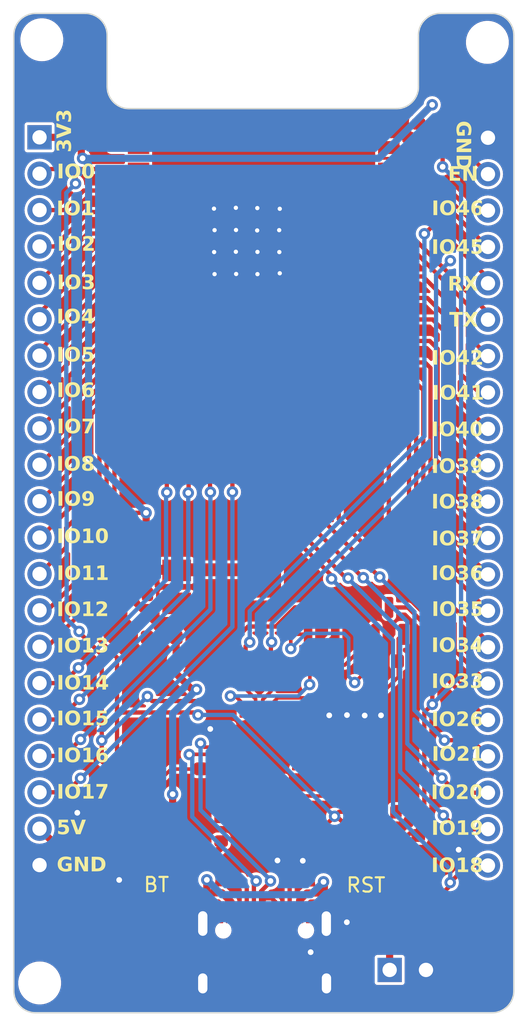
<source format=kicad_pcb>
(kicad_pcb (version 20221018) (generator pcbnew)
  (layers (0 "F.Cu" signal) (31 "B.Cu" signal) (34 "B.Paste" user) (35 "F.Paste" user) (36 "B.SilkS" user "B.Silkscreen") (37 "F.SilkS" user "F.Silkscreen") (38 "B.Mask" user) (39 "F.Mask" user) (44 "Edge.Cuts" user))
  (net 0 "")
  (net 1 "GND")
  (net 2 "+3V3")
  (net 3 "Net-(U2-VBUS)")
  (net 4 "EN")
  (net 5 "IO0")
  (net 6 "Net-(D1-A)")
  (net 7 "VUSB")
  (net 8 "IO46")
  (net 9 "IO45")
  (net 10 "RX")
  (net 11 "TX")
  (net 12 "IO42")
  (net 13 "IO41")
  (net 14 "IO40")
  (net 15 "IO39")
  (net 16 "IO38")
  (net 17 "IO37")
  (net 18 "IO36")
  (net 19 "IO35")
  (net 20 "IO34")
  (net 21 "IO33")
  (net 22 "IO26")
  (net 23 "IO21")
  (net 24 "IO20")
  (net 25 "IO19")
  (net 26 "IO18")
  (net 27 "/USB D+")
  (net 28 "/USB D-")
  (net 29 "Net-(J2-CC1)")
  (net 32 "Net-(J2-CC2)")
  (net 33 "IO1")
  (net 34 "IO2")
  (net 35 "IO3")
  (net 36 "IO4")
  (net 37 "IO5")
  (net 38 "IO6")
  (net 39 "IO7")
  (net 40 "IO8")
  (net 41 "IO9")
  (net 42 "IO10")
  (net 43 "IO11")
  (net 44 "IO12")
  (net 45 "IO13")
  (net 46 "IO14")
  (net 47 "IO15")
  (net 48 "IO16")
  (net 49 "IO17")
  (net 50 "Net-(Q1-B)")
  (net 51 "RTS")
  (net 52 "Net-(Q2-B)")
  (net 53 "DTR")
  (net 54 "Net-(U2-TXD)")
  (net 55 "Net-(U2-RXD)")
  (net 56 "Net-(U2-~{RST})")
  (net 57 "Net-(U2-~{SUSPEND})")
  (net 58 "VBUSB")
  (footprint "Capacitor_SMD:C_0603_1608Metric" (layer "F.Cu") (at 78.85 46.07 90)
    (fp_text reference "C11" hide)
    (fp_text value "1uF" hide)
  )
  (footprint "Capacitor_SMD:C_0603_1608Metric" (layer "F.Cu") (at 65.14 94.38 -90)
    (fp_text reference "C6" hide)
    (fp_text value "1uF" hide)
  )
  (footprint "Capacitor_SMD:C_0603_1608Metric" (layer "F.Cu") (at 77.02 95.64 -90)
    (fp_text reference "C7" hide)
    (fp_text value "0,1uF" hide)
  )
  (footprint "Connector_PinHeader_2.54mm:PinHeader_1x21_P2.54mm_Vertical" (layer "F.Cu") (at 50.53 46.13)
    (fp_text reference "J3" hide)
    (fp_text value "Conn_01x21_Male" hide)
  )
  (footprint "Resistor_SMD:R_0603_1608Metric" (layer "F.Cu") (at 74.63 93.21 180)
    (fp_text reference "R12" hide)
    (fp_text value "10k" hide)
  )
  (footprint "Package_TO_SOT_SMD:SOT-223-3_TabPin2" (layer "F.Cu") (at 63.27 76.36)
    (fp_text reference "U3" hide)
    (fp_text value "AMS1117-3.3" hide)
  )
  (footprint "Resistor_SMD:R_0603_1608Metric" (layer "F.Cu") (at 74.79 82.7)
    (fp_text reference "R7" hide)
    (fp_text value "10k" hide)
  )
  (footprint "MountingHole:MountingHole_2.5mm" (layer "F.Cu") (at 50.54 105.16)
    (fp_text reference "H2" hide)
    (fp_text value "MountingHole" hide)
  )
  (footprint "Resistor_SMD:R_0402_1005Metric" (layer "F.Cu") (at 68.55 97.96 180)
    (fp_text reference "R3" hide)
    (fp_text value "5.1k" hide)
  )
  (footprint "Diode_SMD:D_SOD-323" (layer "F.Cu") (at 58.21 103.45)
    (fp_text reference "D2" hide)
    (fp_text value "TVS")
  )
  (footprint "ESP32:ESP32-S2-WROOM" (layer "F.Cu") (at 66.205 56.495)
    (fp_text reference "U1" hide)
    (fp_text value "ESP32-S2-WROOM-I" hide)
  )
  (footprint "1N5819:SOD3715X145N" (layer "F.Cu") (at 58.21 100.96)
    (fp_text reference "D4" hide)
    (fp_text value "1N5819HW-7-F" hide)
  )
  (footprint "type-c:VALCON_CSP-USC16-TR" (layer "F.Cu") (at 66.27075 100.42)
    (fp_text reference "J2" hide)
    (fp_text value "CSP-USC16-TR" hide)
  )
  (footprint "Connector_PinHeader_2.54mm:PinHeader_1x02_P2.54mm_Vertical" (layer "F.Cu") (at 75.015 104.25 90)
    (fp_text reference "J4" hide)
    (fp_text value "Screw_Terminal_01x02" hide)
  )
  (footprint "Connector_PinHeader_2.54mm:PinHeader_1x21_P2.54mm_Vertical" (layer "F.Cu") (at 81.89 46.16)
    (fp_text reference "J1" hide)
    (fp_text value "Conn_01x21_Male" hide)
  )
  (footprint "Package_TO_SOT_SMD:SOT-23" (layer "F.Cu") (at 70.26 79.88 90)
    (fp_text reference "Q2" hide)
    (fp_text value "MMBT3904" hide)
  )
  (footprint "Capacitor_SMD:C_0603_1608Metric" (layer "F.Cu") (at 55.22 45.7 90)
    (fp_text reference "C9" hide)
    (fp_text value "0,1uF" hide)
  )
  (footprint "Resistor_SMD:R_0603_1608Metric" (layer "F.Cu") (at 57.35 92.89)
    (fp_text reference "R13" hide)
    (fp_text value "10k" hide)
  )
  (footprint "Capacitor_SMD:C_0603_1608Metric" (layer "F.Cu") (at 57.21 74.06 180)
    (fp_text reference "C3" hide)
    (fp_text value "0,1uF" hide)
  )
  (footprint "MountingHole:MountingHole_2.5mm" (layer "F.Cu") (at 50.69 39.32)
    (fp_text reference "H3" hide)
    (fp_text value "MountingHole" hide)
  )
  (footprint "Capacitor_SMD:C_0603_1608Metric" (layer "F.Cu") (at 61.8 90.99 -90)
    (fp_text reference "C5" hide)
    (fp_text value "10uF" hide)
  )
  (footprint "Capacitor_SMD:C_0603_1608Metric" (layer "F.Cu") (at 53.57 45.7 90)
    (fp_text reference "C10" hide)
    (fp_text value "10uF" hide)
  )
  (footprint "Package_TO_SOT_SMD:SOT-23" (layer "F.Cu") (at 74.97 79.8875 90)
    (fp_text reference "Q1" hide)
    (fp_text value "MMBT3904" hide)
  )
  (footprint "button:SW_TL1015AF160QG" (layer "F.Cu") (at 73.33 95.74 180)
    (fp_text reference "RST")
    (fp_text value "SW_Push" hide)
  )
  (footprint "Resistor_SMD:R_0603_1608Metric" (layer "F.Cu") (at 57.25 78.03 180)
    (fp_text reference "R1" hide)
    (fp_text value "470r" hide)
  )
  (footprint "Package_DFN_QFN:QFN-28-1EP_5x5mm_P0.5mm_EP3.35x3.35mm" (layer "F.Cu") (at 66.14 88.7)
    (fp_text reference "U2" hide)
    (fp_text value "CP2102N-Axx-xQFN28" hide)
  )
  (footprint "Capacitor_SMD:C_0603_1608Metric" (layer "F.Cu") (at 54.82 95.5 -90)
    (fp_text reference "C8" hide)
    (fp_text value "0,1uF" hide)
  )
  (footprint "button:SW_TL1015AF160QG" (layer "F.Cu") (at 58.6925 95.74)
    (fp_text reference "BT")
    (fp_text value "SW_Push" hide)
  )
  (footprint "Resistor_SMD:R_0603_1608Metric" (layer "F.Cu") (at 64.94 83.26 -90)
    (fp_text reference "R4" hide)
    (fp_text value "1k" hide)
  )
  (footprint "LED_SMD:LED_0603_1608Metric" (layer "F.Cu") (at 57.26 81.04 180)
    (fp_text reference "D1" hide)
    (fp_text value "LED" hide)
  )
  (footprint "Resistor_SMD:R_0603_1608Metric" (layer "F.Cu") (at 70.26 82.91 180)
    (fp_text reference "R6" hide)
    (fp_text value "10k" hide)
  )
  (footprint "Resistor_SMD:R_0603_1608Metric" (layer "F.Cu") (at 68.92 94.41 -90)
    (fp_text reference "R8" hide)
    (fp_text value "1k" hide)
  )
  (footprint "Resistor_SMD:R_0603_1608Metric" (layer "F.Cu") (at 77.04 46.02 90)
    (fp_text reference "R14" hide)
    (fp_text value "10k" hide)
  )
  (footprint "Resistor_SMD:R_0603_1608Metric" (layer "F.Cu") (at 63.23 94.43 -90)
    (fp_text reference "R10" hide)
    (fp_text value "22.1k" hide)
  )
  (footprint "Capacitor_SMD:C_0603_1608Metric" (layer "F.Cu") (at 60.86 81.04)
    (fp_text reference "C1" hide)
    (fp_text value "0,1uF" hide)
  )
  (footprint "Resistor_SMD:R_0603_1608Metric" (layer "F.Cu") (at 66.95 94.43 90)
    (fp_text reference "R9" hide)
    (fp_text value "47,5k" hide)
  )
  (footprint "Resistor_SMD:R_0402_1005Metric" (layer "F.Cu") (at 64.04 97.98)
    (fp_text reference "R2" hide)
    (fp_text value "5.1k")
  )
  (footprint "Resistor_SMD:R_0603_1608Metric" (layer "F.Cu") (at 77.04 98.7 90)
    (fp_text reference "R15" hide)
    (fp_text value "10k" hide)
  )
  (footprint "Capacitor_SMD:C_0603_1608Metric" (layer "F.Cu") (at 60.86 82.78)
    (fp_text reference "C2" hide)
    (fp_text value "10uF" hide)
  )
  (footprint "MountingHole:MountingHole_2.5mm" (layer "F.Cu") (at 81.85 39.5)
    (fp_text reference "H1" hide)
    (fp_text value "MountingHole" hide)
  )
  (footprint "Capacitor_SMD:C_0603_1608Metric" (layer "F.Cu") (at 57.24 76.31 180)
    (fp_text reference "C4" hide)
    (fp_text value "10uF" hide)
  )
  (footprint "Resistor_SMD:R_0603_1608Metric" (layer "F.Cu") (at 71.24 90.93 -90)
    (fp_text reference "R11" hide)
    (fp_text value "10k" hide)
  )
  (footprint "Resistor_SMD:R_0603_1608Metric" (layer "F.Cu") (at 66.71 83.26 -90)
    (fp_text reference "R5" hide)
    (fp_text value "1k")
  )
  (gr_line (start 50.27 37.48) (end 53.73 37.48) (stroke (width 0.1)) (layer "Edge.Cuts"))
  (gr_arc (start 83.700522 105.709478) (mid 83.252242 106.79172) (end 82.17 107.24) (stroke (width 0.1)) (layer "Edge.Cuts"))
  (gr_arc (start 56.790522 44.130522) (mid 55.70828 43.682242) (end 55.26 42.6) (stroke (width 0.1)) (layer "Edge.Cuts"))
  (gr_line (start 48.73 105.71) (end 48.73 39.012242) (stroke (width 0.1)) (layer "Edge.Cuts"))
  (gr_arc (start 53.727758 37.48172) (mid 54.81 37.93) (end 55.25828 39.012242) (stroke (width 0.1)) (layer "Edge.Cuts"))
  (gr_arc (start 77.029478 39.010522) (mid 77.477758 37.92828) (end 78.56 37.48) (stroke (width 0.1)) (layer "Edge.Cuts"))
  (gr_line (start 75.5 44.13) (end 56.790522 44.13) (stroke (width 0.1)) (layer "Edge.Cuts"))
  (gr_arc (start 48.73172 39.012242) (mid 49.18 37.93) (end 50.262242 37.48172) (stroke (width 0.1)) (layer "Edge.Cuts"))
  (gr_line (start 77.029478 39.010522) (end 77.029478 42.599478) (stroke (width 0.1)) (layer "Edge.Cuts"))
  (gr_line (start 83.700522 105.709478) (end 83.700522 39.01) (stroke (width 0.1)) (layer "Edge.Cuts"))
  (gr_line (start 82.17 107.24) (end 50.260522 107.24) (stroke (width 0.1)) (layer "Edge.Cuts"))
  (gr_arc (start 77.030522 42.599478) (mid 76.582242 43.68172) (end 75.5 44.13) (stroke (width 0.1)) (layer "Edge.Cuts"))
  (gr_line (start 78.56 37.48) (end 82.169478 37.48) (stroke (width 0.1)) (layer "Edge.Cuts"))
  (gr_line (start 55.25828 39.012242) (end 55.25828 42.6) (stroke (width 0.1)) (layer "Edge.Cuts"))
  (gr_arc (start 82.169478 37.479478) (mid 83.25172 37.927758) (end 83.7 39.01) (stroke (width 0.1)) (layer "Edge.Cuts"))
  (gr_arc (start 50.260522 107.240522) (mid 49.17828 106.792242) (end 48.73 105.71) (stroke (width 0.1)) (layer "Edge.Cuts"))
  (gr_text "IO38" (at 77.93 72.21) (layer "F.SilkS") (effects (font (size 1 1) (thickness 0.25) bold) (justify left bottom)))
  (gr_text "IO36" (at 77.93 77.2) (layer "F.SilkS") (effects (font (size 1 1) (thickness 0.25) bold) (justify left bottom)))
  (gr_text "IO14\n" (at 51.73 84.85) (layer "F.SilkS") (effects (font (size 1 1) (thickness 0.25) bold) (justify left bottom)))
  (gr_text "IO6" (at 51.73 64.43) (layer "F.SilkS") (effects (font (size 1 1) (thickness 0.25) bold) (justify left bottom)))
  (gr_text "IO4" (at 51.72 59.29) (layer "F.SilkS") (effects (font (size 1 1) (thickness 0.25) bold) (justify left bottom)))
  (gr_text "RX" (at 79.07 57) (layer "F.SilkS") (effects (font (size 1 1) (thickness 0.25) bold) (justify left bottom)))
  (gr_text "IO35" (at 77.95 79.71) (layer "F.SilkS") (effects (font (size 1 1) (thickness 0.25) bold) (justify left bottom)))
  (gr_text "IO10" (at 51.72 74.62) (layer "F.SilkS") (effects (font (size 1 1) (thickness 0.25) bold) (justify left bottom)))
  (gr_text "IO34" (at 77.93 82.23) (layer "F.SilkS") (effects (font (size 1 1) (thickness 0.25) bold) (justify left bottom)))
  (gr_text "EN" (at 79.09 49.33) (layer "F.SilkS") (effects (font (size 1 1) (thickness 0.25) bold) (justify left bottom)))
  (gr_text "IO9" (at 51.73 72.02) (layer "F.SilkS") (effects (font (size 1 1) (thickness 0.25) bold) (justify left bottom)))
  (gr_text "IO16\n" (at 51.73 89.92) (layer "F.SilkS") (effects (font (size 1 1) (thickness 0.25) bold) (justify left bottom)))
  (gr_text "IO12" (at 51.72 79.72) (layer "F.SilkS") (effects (font (size 1 1) (thickness 0.25) bold) (justify left bottom)))
  (gr_text "3V3" (at 52.9 47.19 90) (layer "F.SilkS") (effects (font (size 1 1) (thickness 0.25) bold) (justify left bottom)))
  (gr_text "IO18" (at 77.92 97.59) (layer "F.SilkS") (effects (font (size 1 1) (thickness 0.25) bold) (justify left bottom)))
  (gr_text "IO33" (at 77.93 84.74) (layer "F.SilkS") (effects (font (size 1 1) (thickness 0.25) bold) (justify left bottom)))
  (gr_text "IO20" (at 77.9 92.49) (layer "F.SilkS") (effects (font (size 1 1) (thickness 0.25) bold) (justify left bottom)))
  (gr_text "IO13\n" (at 51.72 82.26) (layer "F.SilkS") (effects (font (size 1 1) (thickness 0.25) bold) (justify left bottom)))
  (gr_text "IO19" (at 77.93 94.99) (layer "F.SilkS") (effects (font (size 1 1) (thickness 0.25) bold) (justify left bottom)))
  (gr_text "IO40" (at 77.92 67.16) (layer "F.SilkS") (effects (font (size 1 1) (thickness 0.25) bold) (justify left bottom)))
  (gr_text "IO26" (at 77.93 87.4) (layer "F.SilkS") (effects (font (size 1 1) (thickness 0.25) bold) (justify left bottom)))
  (gr_text "IO7" (at 51.74 66.96) (layer "F.SilkS") (effects (font (size 1 1) (thickness 0.25) bold) (justify left bottom)))
  (gr_text "IO41" (at 77.97 64.61) (layer "F.SilkS") (effects (font (size 1 1) (thickness 0.25) bold) (justify left bottom)))
  (gr_text "IO15" (at 51.73 87.34) (layer "F.SilkS") (effects (font (size 1 1) (thickness 0.25) bold) (justify left bottom)))
  (gr_text "TX" (at 79.18 59.51) (layer "F.SilkS") (effects (font (size 1 1) (thickness 0.25) bold) (justify left bottom)))
  (gr_text "IO37" (at 77.94 74.78) (layer "F.SilkS") (effects (font (size 1 1) (thickness 0.25) bold) (justify left bottom)))
  (gr_text "GND" (at 51.73 97.54) (layer "F.SilkS") (effects (font (size 1 1) (thickness 0.25) bold) (justify left bottom)))
  (gr_text "5V" (at 51.72 94.95) (layer "F.SilkS") (effects (font (size 1 1) (thickness 0.25) bold) (justify left bottom)))
  (gr_text "IO46\n" (at 77.95 51.73) (layer "F.SilkS") (effects (font (size 1 1) (thickness 0.25) bold) (justify left bottom)))
  (gr_text "IO39" (at 77.93 69.73) (layer "F.SilkS") (effects (font (size 1 1) (thickness 0.25) bold) (justify left bottom)))
  (gr_text "IO2" (at 51.76 54.22) (layer "F.SilkS") (effects (font (size 1 1) (thickness 0.25) bold) (justify left bottom)))
  (gr_text "IO1" (at 51.71 51.74) (layer "F.SilkS") (effects (font (size 1 1) (thickness 0.25) bold) (justify left bottom)))
  (gr_text "IO21" (at 77.96 89.82) (layer "F.SilkS") (effects (font (size 1 1) (thickness 0.25) bold) (justify left bottom)))
  (gr_text "IO11\n" (at 51.73 77.2) (layer "F.SilkS") (effects (font (size 1 1) (thickness 0.25) bold) (justify left bottom)))
  (gr_text "GND" (at 79.53 44.97 -90) (layer "F.SilkS") (effects (font (size 1 1) (thickness 0.25) bold) (justify left bottom)))
  (gr_text "IO3" (at 51.75 56.9) (layer "F.SilkS") (effects (font (size 1 1) (thickness 0.25) bold) (justify left bottom)))
  (gr_text "IO8" (at 51.71 69.57) (layer "F.SilkS") (effects (font (size 1 1) (thickness 0.25) bold) (justify left bottom)))
  (gr_text "IO45" (at 77.94 54.44) (layer "F.SilkS") (effects (font (size 1 1) (thickness 0.25) bold) (justify left bottom)))
  (gr_text "IO42\n" (at 77.94 62.17) (layer "F.SilkS") (effects (font (size 1 1) (thickness 0.25) bold) (justify left bottom)))
  (gr_text "IO5\n" (at 51.72 61.95) (layer "F.SilkS") (effects (font (size 1 1) (thickness 0.25) bold) (justify left bottom)))
  (gr_text "IO17\n" (at 51.73 92.46) (layer "F.SilkS") (effects (font (size 1 1) (thickness 0.25) bold) (justify left bottom)))
  (gr_text "IO0" (at 51.74 49.16) (layer "F.SilkS") (effects (font (size 1 1) (thickness 0.25) bold) (justify left bottom)))
  (segment (start 62.53575 100.42) (end 62.92075 100.42) (width 0.2) (layer "F.Cu") (net 1))
  (segment (start 70.97 99.51) (end 72.02 100.56) (width 0.2) (layer "F.Cu") (net 1))
  (segment (start 65.64 88.2) (end 66.14 88.7) (width 0.2) (layer "F.Cu") (net 1))
  (segment (start 69.62075 99.84925) (end 69.96 99.51) (width 0.2) (layer "F.Cu") (net 1))
  (segment (start 72.02 100.56) (end 72.02 100.92) (width 0.2) (layer "F.Cu") (net 1))
  (segment (start 62.47 87.43) (end 63.24 88.2) (width 0.2) (layer "F.Cu") (net 1))
  (segment (start 70.585793 101.019311) (end 71.920689 101.019311) (width 0.2) (layer "F.Cu") (net 1))
  (segment (start 63.22075 100.42) (end 62.92075 100.42) (width 0.2) (layer "F.Cu") (net 1))
  (segment (start 69.96 99.51) (end 70.97 99.51) (width 0.2) (layer "F.Cu") (net 1))
  (segment (start 69.32075 100.42) (end 69.62075 100.42) (width 0.2) (layer "F.Cu") (net 1))
  (segment (start 63.7 97.81) (end 63.53 97.98) (width 0.2) (layer "F.Cu") (net 1))
  (segment (start 61.94575 101.01) (end 62.53575 100.42) (width 0.2) (layer "F.Cu") (net 1))
  (segment (start 63.24 88.2) (end 63.69 88.2) (width 0.2) (layer "F.Cu") (net 1))
  (segment (start 69.62075 100.42) (end 69.62075 99.84925) (width 0.2) (layer "F.Cu") (net 1))
  (segment (start 63.69 88.2) (end 65.64 88.2) (width 0.2) (layer "F.Cu") (net 1))
  (segment (start 71.920689 101.019311) (end 72.02 100.92) (width 0.2) (layer "F.Cu") (net 1))
  (via blind (at 65.77 55.68) (size 0.6) (drill 0.3) (layers "F.Cu" "B.Cu") (net 1))
  (via blind (at 64.26 54.12) (size 0.6) (drill 0.3) (layers "F.Cu" "B.Cu") (net 1))
  (via (at 72.02 100.92) (size 0.8) (drill 0.4) (layers "F.Cu" "B.Cu") (net 1))
  (via (at 68.94 96.63) (size 0.8) (drill 0.4) (layers "F.Cu" "B.Cu") (net 1))
  (via (at 74.41 86.48) (size 0.8) (drill 0.4) (layers "F.Cu" "B.Cu") (net 1))
  (via (at 53.17 93.28) (size 0.8) (drill 0.4) (layers "F.Cu" "B.Cu") (net 1))
  (via blind (at 64.27 52.6) (size 0.6) (drill 0.3) (layers "F.Cu" "B.Cu") (net 1))
  (via blind (at 65.76 51.07) (size 0.6) (drill 0.3) (layers "F.Cu" "B.Cu") (net 1))
  (via (at 72.03 86.46) (size 0.8) (drill 0.4) (layers "F.Cu" "B.Cu") (net 1))
  (via blind (at 62.74 54.14) (size 0.6) (drill 0.3) (layers "F.Cu" "B.Cu") (net 1))
  (via blind (at 65.75 52.63) (size 0.6) (drill 0.3) (layers "F.Cu" "B.Cu") (net 1))
  (via blind (at 62.77 55.68) (size 0.6) (drill 0.3) (layers "F.Cu" "B.Cu") (net 1))
  (via blind (at 65.77 54.13) (size 0.6) (drill 0.3) (layers "F.Cu" "B.Cu") (net 1))
  (via (at 73.27 86.49) (size 0.8) (drill 0.4) (layers "F.Cu" "B.Cu") (net 1))
  (via blind (at 67.3 54.14) (size 0.6) (drill 0.3) (layers "F.Cu" "B.Cu") (net 1))
  (via blind (at 64.26 51.05) (size 0.6) (drill 0.3) (layers "F.Cu" "B.Cu") (net 1))
  (via (at 67.17 96.61) (size 0.8) (drill 0.4) (layers "F.Cu" "B.Cu") (net 1))
  (via (at 79.84 95.86) (size 0.8) (drill 0.4) (layers "F.Cu" "B.Cu") (net 1))
  (via blind (at 67.29 52.61) (size 0.6) (drill 0.3) (layers "F.Cu" "B.Cu") (net 1))
  (via (at 56.1 97.97) (size 0.8) (drill 0.4) (layers "F.Cu" "B.Cu") (net 1))
  (via (at 69.49 103.01) (size 0.8) (drill 0.4) (layers "F.Cu" "B.Cu") (net 1))
  (via (at 62.47 87.43) (size 0.8) (drill 0.4) (layers "F.Cu" "B.Cu") (net 1))
  (via (at 70.79 86.48) (size 0.8) (drill 0.4) (layers "F.Cu" "B.Cu") (net 1))
  (via blind (at 62.73 51.11) (size 0.6) (drill 0.3) (layers "F.Cu" "B.Cu") (net 1))
  (via blind (at 67.33 51.12) (size 0.6) (drill 0.3) (layers "F.Cu" "B.Cu") (net 1))
  (via blind (at 62.77 52.61) (size 0.6) (drill 0.3) (layers "F.Cu" "B.Cu") (net 1))
  (via blind (at 64.28 55.67) (size 0.6) (drill 0.3) (layers "F.Cu" "B.Cu") (net 1))
  (via blind (at 67.33 55.62) (size 0.6) (drill 0.3) (layers "F.Cu" "B.Cu") (net 1))
  (segment (start 58.175 91.785) (end 58.175 91.835) (width 0.25) (layer "F.Cu") (net 2))
  (segment (start 57.985 72.345) (end 57.98 72.34) (width 0.5) (layer "F.Cu") (net 2))
  (segment (start 58.025 76.32) (end 58.025 77.98) (width 0.7) (layer "F.Cu") (net 2))
  (segment (start 61.61 86.45) (end 61.44 86.28) (width 0.3) (layer "F.Cu") (net 2))
  (segment (start 55.22 46.475) (end 55.59 46.845) (width 0.5) (layer "F.Cu") (net 2))
  (segment (start 54.65 74.13) (end 56.44 72.34) (width 0.3) (layer "F.Cu") (net 2))
  (segment (start 55.95 89.61) (end 55.95 86.04) (width 0.3) (layer "F.Cu") (net 2))
  (segment (start 58.175 91.835) (end 55.95 89.61) (width 0.3) (layer "F.Cu") (net 2))
  (segment (start 57.32 46.98) (end 57.455 46.845) (width 0.5) (layer "F.Cu") (net 2))
  (segment (start 69.455 95.235) (end 68.92 95.235) (width 0.3) (layer "F.Cu") (net 2))
  (segment (start 53.57 46.475) (end 53.225 46.13) (width 0.5) (layer "F.Cu") (net 2))
  (segment (start 71.315 93.525) (end 75.665 97.875) (width 0.3) (layer "F.Cu") (net 2))
  (segment (start 55.95 86.28) (end 55.95 82.45) (width 0.3) (layer "F.Cu") (net 2))
  (segment (start 75.665 97.875) (end 77.04 97.875) (width 0.3) (layer "F.Cu") (net 2))
  (segment (start 57.985 74.06) (end 57.985 72.345) (width 0.5) (layer "F.Cu") (net 2))
  (segment (start 71.165 93.525) (end 71.48 93.21) (width 0.3) (layer "F.Cu") (net 2))
  (segment (start 60.65 76.32) (end 58.025 76.32) (width 0.7) (layer "F.Cu") (net 2))
  (segment (start 53.57 46.475) (end 55.22 46.475) (width 0.5) (layer "F.Cu") (net 2))
  (segment (start 63.69 89.7) (end 63.69 90.2) (width 0.2) (layer "F.Cu") (net 2))
  (segment (start 61.815 90.2) (end 61.8 90.215) (width 0.25) (layer "F.Cu") (net 2))
  (segment (start 53.45 46.595) (end 53.57 46.475) (width 0.5) (layer "F.Cu") (net 2))
  (segment (start 61.785 90.23) (end 59.73 90.23) (width 0.25) (layer "F.Cu") (net 2))
  (segment (start 71.165 93.525) (end 69.455 95.235) (width 0.3) (layer "F.Cu") (net 2))
  (segment (start 53.225 46.13) (end 50.53 46.13) (width 0.5) (layer "F.Cu") (net 2))
  (segment (start 55.59 46.845) (end 57.455 46.845) (width 0.5) (layer "F.Cu") (net 2))
  (segment (start 53.54 47.5955) (end 53.45 47.5055) (width 0.5) (layer "F.Cu") (net 2))
  (segment (start 71.165 93.525) (end 71.315 93.525) (width 0.3) (layer "F.Cu") (net 2))
  (segment (start 56.44 72.34) (end 57.98 72.34) (width 0.3) (layer "F.Cu") (net 2))
  (segment (start 54.65 81.15) (end 54.65 74.13) (width 0.3) (layer "F.Cu") (net 2))
  (segment (start 58.01 76.305) (end 58.01 74.095) (width 0.7) (layer "F.Cu") (net 2))
  (segment (start 77.04 45.195) (end 77.04 44.81) (width 0.5) (layer "F.Cu") (net 2))
  (segment (start 61.8 90.215) (end 61.785 90.23) (width 0.25) (layer "F.Cu") (net 2))
  (segment (start 58.175 92.89) (end 58.175 91.835) (width 0.3) (layer "F.Cu") (net 2))
  (segment (start 58.015 76.31) (end 58.01 76.305) (width 0.7) (layer "F.Cu") (net 2))
  (segment (start 58.025 77.98) (end 58.075 78.03) (width 0.7) (layer "F.Cu") (net 2))
  (segment (start 71.48 93.21) (end 73.805 93.21) (width 0.3) (layer "F.Cu") (net 2))
  (segment (start 59.73 90.23) (end 58.175 91.785) (width 0.25) (layer "F.Cu") (net 2))
  (segment (start 63.69 90.2) (end 61.815 90.2) (width 0.25) (layer "F.Cu") (net 2))
  (segment (start 66.95 76.32) (end 60.65 76.32) (width 0.9) (layer "F.Cu") (net 2))
  (segment (start 58.01 74.095) (end 58.015 74.09) (width 0.7) (layer "F.Cu") (net 2))
  (segment (start 53.45 47.5055) (end 53.45 46.595) (width 0.5) (layer "F.Cu") (net 2))
  (segment (start 61.44 86.28) (end 55.95 86.28) (width 0.3) (layer "F.Cu") (net 2))
  (segment (start 55.95 82.45) (end 54.65 81.15) (width 0.3) (layer "F.Cu") (net 2))
  (segment (start 77.04 44.81) (end 77.99 43.86) (width 0.5) (layer "F.Cu") (net 2))
  (segment (start 58.025 76.32) (end 58.015 76.31) (width 0.9) (layer "F.Cu") (net 2))
  (via (at 53.54 47.5955) (size 0.8) (drill 0.4) (layers "F.Cu" "B.Cu") (net 2))
  (via (at 71.165 93.525) (size 0.8) (drill 0.4) (layers "F.Cu" "B.Cu") (net 2))
  (via (at 57.98 72.34) (size 0.8) (drill 0.4) (layers "F.Cu" "B.Cu") (net 2))
  (via (at 61.61 86.45) (size 0.8) (drill 0.4) (layers "F.Cu" "B.Cu") (net 2))
  (via (at 77.99 43.86) (size 0.8) (drill 0.4) (layers "F.Cu" "B.Cu") (net 2))
  (segment (start 53.96 48.0155) (end 53.96 68.32) (width 0.5) (layer "B.Cu") (net 2))
  (segment (start 71.135 93.525) (end 64.06 86.45) (width 0.3) (layer "B.Cu") (net 2))
  (segment (start 53.54 47.5955) (end 53.96 48.0155) (width 0.5) (layer "B.Cu") (net 2))
  (segment (start 64.06 86.45) (end 61.61 86.45) (width 0.3) (layer "B.Cu") (net 2))
  (segment (start 74.2545 47.5955) (end 77.99 43.86) (width 0.5) (layer "B.Cu") (net 2))
  (segment (start 53.54 47.5955) (end 74.2545 47.5955) (width 0.5) (layer "B.Cu") (net 2))
  (segment (start 71.165 93.525) (end 71.135 93.525) (width 0.3) (layer "B.Cu") (net 2))
  (segment (start 53.96 68.32) (end 57.98 72.34) (width 0.5) (layer "B.Cu") (net 2))
  (segment (start 63.23 93.605) (end 65.14 93.605) (width 0.25) (layer "F.Cu") (net 3))
  (segment (start 64.64 93.105) (end 65.14 93.605) (width 0.25) (layer "F.Cu") (net 3))
  (segment (start 65.14 93.605) (end 66.95 93.605) (width 0.25) (layer "F.Cu") (net 3))
  (segment (start 64.64 91.15) (end 64.64 93.105) (width 0.25) (layer "F.Cu") (net 3))
  (segment (start 75.455 93.21) (end 77.3 93.21) (width 0.3) (layer "F.Cu") (net 4))
  (segment (start 77 93.51) (end 77.44 93.07) (width 0.3) (layer "F.Cu") (net 4))
  (segment (start 78.72 46.975) (end 78.85 46.845) (width 0.3) (layer "F.Cu") (net 4))
  (segment (start 78.72 48.19) (end 78.72 46.975) (width 0.3) (layer "F.Cu") (net 4))
  (segment (start 78.85 46.845) (end 80.035 46.845) (width 0.3) (layer "F.Cu") (net 4))
  (segment (start 75.405 95.725) (end 76.4 94.73) (width 0.3) (layer "F.Cu") (net 4))
  (segment (start 76.29 78.95) (end 74.97 78.95) (width 0.3) (layer "F.Cu") (net 4))
  (segment (start 80.035 46.845) (end 81.89 48.7) (width 0.3) (layer "F.Cu") (net 4))
  (segment (start 78 85.71) (end 77.44 86.27) (width 0.3) (layer "F.Cu") (net 4))
  (segment (start 78 80.66) (end 76.29 78.95) (width 0.3) (layer "F.Cu") (net 4))
  (segment (start 76.4 94.73) (end 77 94.73) (width 0.3) (layer "F.Cu") (net 4))
  (segment (start 74.955 46.845) (end 78.85 46.845) (width 0.3) (layer "F.Cu") (net 4))
  (segment (start 78 85.71) (end 78 80.66) (width 0.3) (layer "F.Cu") (net 4))
  (segment (start 77.44 86.27) (end 77.44 93.07) (width 0.3) (layer "F.Cu") (net 4))
  (segment (start 77.3 93.21) (end 77.44 93.07) (width 0.3) (layer "F.Cu") (net 4))
  (segment (start 77 94.73) (end 77 93.51) (width 0.3) (layer "F.Cu") (net 4))
  (segment (start 75.405 95.74) (end 75.405 95.725) (width 0.3) (layer "F.Cu") (net 4))
  (via (at 78.72 48.19) (size 0.8) (drill 0.4) (layers "F.Cu" "B.Cu") (net 4))
  (via (at 78 85.71) (size 0.8) (drill 0.4) (layers "F.Cu" "B.Cu") (net 4))
  (segment (start 78 85.71) (end 80.01 83.7) (width 0.3) (layer "B.Cu") (net 4))
  (segment (start 80.01 83.7) (end 80.01 49.48) (width 0.3) (layer "B.Cu") (net 4))
  (segment (start 80.01 49.48) (end 78.72 48.19) (width 0.3) (layer "B.Cu") (net 4))
  (segment (start 58.4 85.48) (end 61.95 85.48) (width 0.3) (layer "F.Cu") (net 5))
  (segment (start 54.88 82.26) (end 54.88 88.22) (width 0.3) (layer "F.Cu") (net 5))
  (segment (start 56.6175 94.9275) (end 56.415 94.725) (width 0.25) (layer "F.Cu") (net 5))
  (segment (start 56.6175 95.74) (end 56.6175 94.9275) (width 0.25) (layer "F.Cu") (net 5))
  (segment (start 53.3 80.68) (end 54.88 82.26) (width 0.3) (layer "F.Cu") (net 5))
  (segment (start 54.88 88.22) (end 54.88 89.68) (width 0.3) (layer "F.Cu") (net 5))
  (segment (start 53.05 49.36) (end 53.05 48.345) (width 0.3) (layer "F.Cu") (net 5))
  (segment (start 56.52 91.32) (end 56.52 92.885) (width 0.3) (layer "F.Cu") (net 5))
  (segment (start 54.88 89.68) (end 56.52 91.32) (width 0.3) (layer "F.Cu") (net 5))
  (segment (start 54.82 93.75) (end 55.68 92.89) (width 0.25) (layer "F.Cu") (net 5))
  (segment (start 67.05 80.28) (end 68.3875 78.9425) (width 0.3) (layer "F.Cu") (net 5))
  (segment (start 54.82 94.725) (end 54.82 93.75) (width 0.25) (layer "F.Cu") (net 5))
  (segment (start 56.525 92.89) (end 56.52 92.885) (width 0.25) (layer "F.Cu") (net 5))
  (segment (start 65.11 80.28) (end 67.05 80.28) (width 0.3) (layer "F.Cu") (net 5))
  (segment (start 56.415 94.725) (end 54.82 94.725) (width 0.25) (layer "F.Cu") (net 5))
  (segment (start 50.855 48.345) (end 57.455 48.345) (width 0.3) (layer "F.Cu") (net 5))
  (segment (start 58.075 85.155) (end 58.4 85.48) (width 0.3) (layer "F.Cu") (net 5))
  (segment (start 53.3 80.62) (end 53.3 80.68) (width 0.3) (layer "F.Cu") (net 5))
  (segment (start 61.95 85.48) (end 63.13 84.3) (width 0.3) (layer "F.Cu") (net 5))
  (segment (start 68.3875 78.9425) (end 70.26 78.9425) (width 0.3) (layer "F.Cu") (net 5))
  (segment (start 50.53 48.67) (end 50.855 48.345) (width 0.3) (layer "F.Cu") (net 5))
  (segment (start 63.13 84.3) (end 63.13 82.26) (width 0.3) (layer "F.Cu") (net 5))
  (segment (start 55.68 92.89) (end 56.525 92.89) (width 0.25) (layer "F.Cu") (net 5))
  (segment (start 63.13 82.26) (end 65.11 80.28) (width 0.3) (layer "F.Cu") (net 5))
  (via (at 53.3 80.62) (size 0.8) (drill 0.4) (layers "F.Cu" "B.Cu") (net 5))
  (via (at 53.05 49.36) (size 0.8) (drill 0.4) (layers "F.Cu" "B.Cu") (net 5))
  (via (at 58.075 85.155) (size 0.8) (drill 0.4) (layers "F.Cu" "B.Cu") (net 5))
  (via (at 54.88 88.22) (size 0.8) (drill 0.4) (layers "F.Cu" "B.Cu") (net 5))
  (segment (start 52.425 67.633528) (end 52.4 67.608528) (width 0.3) (layer "B.Cu") (net 5))
  (segment (start 54.88 88.22) (end 55.01 88.22) (width 0.3) (layer "B.Cu") (net 5))
  (segment (start 53.3 80.62) (end 52.425 79.745) (width 0.3) (layer "B.Cu") (net 5))
  (segment (start 52.425 79.745) (end 52.425 67.633528) (width 0.3) (layer "B.Cu") (net 5))
  (segment (start 52.4 50.01) (end 53.05 49.36) (width 0.3) (layer "B.Cu") (net 5))
  (segment (start 52.4 67.608528) (end 52.4 50.01) (width 0.3) (layer "B.Cu") (net 5))
  (segment (start 55.01 88.22) (end 58.075 85.155) (width 0.3) (layer "B.Cu") (net 5))
  (segment (start 56.425 80.9925) (end 56.4725 81.04) (width 0.5) (layer "F.Cu") (net 6))
  (segment (start 56.425 78.03) (end 56.425 80.9925) (width 0.5) (layer "F.Cu") (net 6))
  (segment (start 56.53 100.68) (end 58.97 98.24) (width 0.5) (layer "F.Cu") (net 7))
  (segment (start 58.775 98.435) (end 59.4 97.81) (width 0.5) (layer "F.Cu") (net 7))
  (segment (start 56.53 100.39) (end 56.53 100.68) (width 0.5) (layer "F.Cu") (net 7))
  (segment (start 50.53 94.39) (end 56.53 100.39) (width 0.5) (layer "F.Cu") (net 7))
  (segment (start 61.51 84.67) (end 61.19 84.67) (width 0.5) (layer "F.Cu") (net 7))
  (segment (start 61.11 97.81) (end 63.23 95.69) (width 0.5) (layer "F.Cu") (net 7))
  (segment (start 63.23 95.69) (end 63.23 95.255) (width 0.5) (layer "F.Cu") (net 7))
  (segment (start 61.19 84.67) (end 60.085 83.565) (width 0.5) (layer "F.Cu") (net 7))
  (segment (start 60.085 83.565) (end 60.085 82.78) (width 0.5) (layer "F.Cu") (net 7))
  (segment (start 58.97 95.01) (end 59.84 94.14) (width 0.5) (layer "F.Cu") (net 7))
  (segment (start 58.97 98.24) (end 58.97 95.01) (width 0.5) (layer "F.Cu") (net 7))
  (segment (start 60.085 78.695) (end 60.085 81.04) (width 0.5) (layer "F.Cu") (net 7))
  (segment (start 59.84 94.14) (end 59.84 91.98) (width 0.5) (layer "F.Cu") (net 7))
  (segment (start 60.085 82.78) (end 60.085 81.04) (width 0.5) (layer "F.Cu") (net 7))
  (segment (start 60.12 78.66) (end 60.085 78.695) (width 0.5) (layer "F.Cu") (net 7))
  (segment (start 56.53 100.39) (end 56.53 100.96) (width 0.5) (layer "F.Cu") (net 7))
  (segment (start 59.4 97.81) (end 61.11 97.81) (width 0.5) (layer "F.Cu") (net 7))
  (via (at 59.84 91.98) (size 0.8) (drill 0.4) (layers "F.Cu" "B.Cu") (net 7))
  (via (at 61.51 84.67) (size 0.8) (drill 0.4) (layers "F.Cu" "B.Cu") (net 7))
  (segment (start 61.51 84.68) (end 61.51 84.67) (width 0.5) (layer "B.Cu") (net 7))
  (segment (start 59.84 86.35) (end 61.31 84.88) (width 0.5) (layer "B.Cu") (net 7))
  (segment (start 59.84 91.98) (end 59.84 86.35) (width 0.5) (layer "B.Cu") (net 7))
  (segment (start 61.31 84.88) (end 61.51 84.68) (width 0.5) (layer "B.Cu") (net 7))
  (segment (start 77.755 48.345) (end 80.65 51.24) (width 0.3) (layer "F.Cu") (net 8))
  (segment (start 74.955 48.345) (end 77.755 48.345) (width 0.3) (layer "F.Cu") (net 8))
  (segment (start 80.65 51.24) (end 81.89 51.24) (width 0.3) (layer "F.Cu") (net 8))
  (segment (start 77.915 49.845) (end 81.85 53.78) (width 0.3) (layer "F.Cu") (net 9))
  (segment (start 81.85 53.78) (end 81.89 53.78) (width 0.3) (layer "F.Cu") (net 9))
  (segment (start 74.955 49.845) (end 77.915 49.845) (width 0.3) (layer "F.Cu") (net 9))
  (segment (start 64.94 82.435) (end 64.94 81.66) (width 0.3) (layer "F.Cu") (net 10))
  (segment (start 81.89 55.95) (end 81.89 56.32) (width 0.3) (layer "F.Cu") (net 10))
  (segment (start 77.444977 52.865023) (end 77.474977 52.865023) (width 0.3) (layer "F.Cu") (net 10))
  (segment (start 74.955 51.345) (end 77.285 51.345) (width 0.3) (layer "F.Cu") (net 10))
  (segment (start 64.94 81.66) (end 65.23 81.37) (width 0.3) (layer "F.Cu") (net 10))
  (segment (start 78.14 52.2) (end 81.89 55.95) (width 0.3) (layer "F.Cu") (net 10))
  (segment (start 77.474977 52.865023) (end 78.14 52.2) (width 0.3) (layer "F.Cu") (net 10))
  (segment (start 77.285 51.345) (end 78.14 52.2) (width 0.3) (layer "F.Cu") (net 10))
  (via (at 65.23 81.37) (size 0.8) (drill 0.4) (layers "F.Cu" "B.Cu") (net 10))
  (via (at 77.444977 52.865023) (size 0.8) (drill 0.4) (layers "F.Cu" "B.Cu") (net 10))
  (segment (start 65.23 79.21) (end 77.444977 66.995023) (width 0.3) (layer "B.Cu") (net 10))
  (segment (start 65.23 81.37) (end 65.23 79.21) (width 0.3) (layer "B.Cu") (net 10))
  (segment (start 77.444977 66.995023) (end 77.444977 52.865023) (width 0.3) (layer "B.Cu") (net 10))
  (segment (start 79.2605 54.74) (end 79.25 54.74) (width 0.3) (layer "F.Cu") (net 11))
  (segment (start 78.68 55.16) (end 81.89 58.37) (width 0.3) (layer "F.Cu") (net 11))
  (segment (start 81.89 58.37) (end 81.89 58.86) (width 0.3) (layer "F.Cu") (net 11))
  (segment (start 74.955 52.845) (end 76.365 52.845) (width 0.3) (layer "F.Cu") (net 11))
  (segment (start 79.25 54.74) (end 78.755 55.235) (width 0.3) (layer "F.Cu") (net 11))
  (segment (start 76.365 52.845) (end 78.68 55.16) (width 0.3) (layer "F.Cu") (net 11))
  (segment (start 66.71 82.435) (end 66.71 81.41) (width 0.3) (layer "F.Cu") (net 11))
  (segment (start 66.71 81.41) (end 66.76 81.36) (width 0.3) (layer "F.Cu") (net 11))
  (via (at 66.76 81.36) (size 0.8) (drill 0.4) (layers "F.Cu" "B.Cu") (net 11))
  (via (at 79.2605 54.74) (size 0.8) (drill 0.4) (layers "F.Cu" "B.Cu") (net 11))
  (segment (start 78.26 55.7405) (end 78.26 68.579339) (width 0.3) (layer "B.Cu") (net 11))
  (segment (start 78.26 68.579339) (end 66.76 80.079339) (width 0.3) (layer "B.Cu") (net 11))
  (segment (start 79.2605 54.74) (end 78.26 55.7405) (width 0.3) (layer "B.Cu") (net 11))
  (segment (start 66.76 80.079339) (end 66.76 81.36) (width 0.3) (layer "B.Cu") (net 11))
  (segment (start 74.955 54.345) (end 77.012106 54.345) (width 0.3) (layer "F.Cu") (net 12))
  (segment (start 80.49 60) (end 81.89 61.4) (width 0.3) (layer "F.Cu") (net 12))
  (segment (start 79.9 57.232894) (end 79.9 57.247106) (width 0.3) (layer "F.Cu") (net 12))
  (segment (start 77.012106 54.345) (end 79.9 57.232894) (width 0.3) (layer "F.Cu") (net 12))
  (segment (start 80.49 57.837106) (end 80.49 60) (width 0.3) (layer "F.Cu") (net 12))
  (segment (start 79.9 57.247106) (end 80.49 57.837106) (width 0.3) (layer "F.Cu") (net 12))
  (segment (start 79.98 58.48) (end 79.98 62.65) (width 0.3) (layer "F.Cu") (net 13))
  (segment (start 79.98 62.65) (end 81.27 63.94) (width 0.3) (layer "F.Cu") (net 13))
  (segment (start 81.27 63.94) (end 81.89 63.94) (width 0.3) (layer "F.Cu") (net 13))
  (segment (start 74.955 55.845) (end 77.345 55.845) (width 0.3) (layer "F.Cu") (net 13))
  (segment (start 77.345 55.845) (end 79.98 58.48) (width 0.3) (layer "F.Cu") (net 13))
  (segment (start 79.42 64.01) (end 81.89 66.48) (width 0.3) (layer "F.Cu") (net 14))
  (segment (start 77.655 57.345) (end 79.42 59.11) (width 0.3) (layer "F.Cu") (net 14))
  (segment (start 74.955 57.345) (end 77.655 57.345) (width 0.3) (layer "F.Cu") (net 14))
  (segment (start 79.42 59.11) (end 79.42 64.01) (width 0.3) (layer "F.Cu") (net 14))
  (segment (start 74.955 58.845) (end 78.015 58.845) (width 0.3) (layer "F.Cu") (net 15))
  (segment (start 78.87 59.7) (end 78.87 66) (width 0.3) (layer "F.Cu") (net 15))
  (segment (start 78.015 58.845) (end 78.87 59.7) (width 0.3) (layer "F.Cu") (net 15))
  (segment (start 78.87 66) (end 81.89 69.02) (width 0.3) (layer "F.Cu") (net 15))
  (segment (start 74.955 60.345) (end 77.815 60.345) (width 0.3) (layer "F.Cu") (net 16))
  (segment (start 77.815 60.345) (end 78.37 60.9) (width 0.3) (layer "F.Cu") (net 16))
  (segment (start 78.37 68.04) (end 81.89 71.56) (width 0.3) (layer "F.Cu") (net 16))
  (segment (start 78.37 60.9) (end 78.37 68.04) (width 0.3) (layer "F.Cu") (net 16))
  (segment (start 77.485 61.845) (end 77.87 62.23) (width 0.3) (layer "F.Cu") (net 17))
  (segment (start 77.87 62.23) (end 77.87 70.08) (width 0.3) (layer "F.Cu") (net 17))
  (segment (start 74.955 61.845) (end 77.485 61.845) (width 0.3) (layer "F.Cu") (net 17))
  (segment (start 77.87 70.08) (end 81.89 74.1) (width 0.3) (layer "F.Cu") (net 17))
  (segment (start 74.955 63.345) (end 76.935 63.345) (width 0.3) (layer "F.Cu") (net 18))
  (segment (start 76.935 63.345) (end 77.37 63.78) (width 0.3) (layer "F.Cu") (net 18))
  (segment (start 77.37 72.12) (end 81.89 76.64) (width 0.3) (layer "F.Cu") (net 18))
  (segment (start 77.37 63.78) (end 77.37 72.12) (width 0.3) (layer "F.Cu") (net 18))
  (segment (start 76.87 64.98) (end 76.87 74.16) (width 0.3) (layer "F.Cu") (net 19))
  (segment (start 74.955 64.845) (end 76.735 64.845) (width 0.3) (layer "F.Cu") (net 19))
  (segment (start 76.87 74.16) (end 81.89 79.18) (width 0.3) (layer "F.Cu") (net 19))
  (segment (start 76.735 64.845) (end 76.87 64.98) (width 0.3) (layer "F.Cu") (net 19))
  (segment (start 75.905 66.345) (end 76.37 66.81) (width 0.3) (layer "F.Cu") (net 20))
  (segment (start 81.89 81.35) (end 81.89 81.72) (width 0.3) (layer "F.Cu") (net 20))
  (segment (start 74.955 66.345) (end 75.905 66.345) (width 0.3) (layer "F.Cu") (net 20))
  (segment (start 76.37 66.81) (end 76.37 75.83) (width 0.3) (layer "F.Cu") (net 20))
  (segment (start 76.37 75.83) (end 81.89 81.35) (width 0.3) (layer "F.Cu") (net 20))
  (segment (start 79.56 81.93) (end 81.89 84.26) (width 0.3) (layer "F.Cu") (net 21))
  (segment (start 74.955 67.845) (end 74.955 75.475) (width 0.3) (layer "F.Cu") (net 21))
  (segment (start 74.955 75.475) (end 79.56 80.08) (width 0.3) (layer "F.Cu") (net 21))
  (segment (start 79.56 80.08) (end 79.56 81.93) (width 0.3) (layer "F.Cu") (net 21))
  (segment (start 81.89 86.8) (end 78.73 83.64) (width 0.3) (layer "F.Cu") (net 22))
  (segment (start 71.455 72.775) (end 71.455 68.595) (width 0.3) (layer "F.Cu") (net 22))
  (segment (start 78.73 83.64) (end 78.73 80.05) (width 0.3) (layer "F.Cu") (net 22))
  (segment (start 78.73 80.05) (end 71.455 72.775) (width 0.3) (layer "F.Cu") (net 22))
  (segment (start 69.955 72.475) (end 69.955 68.595) (width 0.3) (layer "F.Cu") (net 23))
  (segment (start 74.32 76.82) (end 74.3 76.82) (width 0.3) (layer "F.Cu") (net 23))
  (segment (start 78.845 88.215) (end 80.765 88.215) (width 0.3) (layer "F.Cu") (net 23))
  (segment (start 80.765 88.215) (end 81.89 89.34) (width 0.3) (layer "F.Cu") (net 23))
  (segment (start 74.3 76.82) (end 69.955 72.475) (width 0.3) (layer "F.Cu") (net 23))
  (via (at 78.845 88.215) (size 0.8) (drill 0.4) (layers "F.Cu" "B.Cu") (net 23))
  (via (at 74.32 76.82) (size 0.8) (drill 0.4) (layers "F.Cu" "B.Cu") (net 23))
  (segment (start 74.32 76.83) (end 74.32 76.82) (width 0.3) (layer "B.Cu") (net 23))
  (segment (start 78.845 88.215) (end 76.75 86.12) (width 0.3) (layer "B.Cu") (net 23))
  (segment (start 76.75 79.26) (end 74.32 76.83) (width 0.3) (layer "B.Cu") (net 23))
  (segment (start 76.75 86.12) (end 76.75 79.26) (width 0.3) (layer "B.Cu") (net 23))
  (segment (start 73.14 76.87) (end 68.455 72.185) (width 0.3) (layer "F.Cu") (net 24))
  (segment (start 68.455 72.185) (end 68.455 68.595) (width 0.3) (layer "F.Cu") (net 24))
  (segment (start 79.69 91.88) (end 81.89 91.88) (width 0.3) (layer "F.Cu") (net 24))
  (segment (start 73.17 76.87) (end 73.14 76.87) (width 0.3) (layer "F.Cu") (net 24))
  (segment (start 78.67 90.86) (end 79.69 91.88) (width 0.3) (layer "F.Cu") (net 24))
  (via (at 73.17 76.87) (size 0.8) (drill 0.4) (layers "F.Cu" "B.Cu") (net 24))
  (via (at 78.67 90.86) (size 0.8) (drill 0.4) (layers "F.Cu" "B.Cu") (net 24))
  (segment (start 73.18 76.87) (end 73.17 76.87) (width 0.3) (layer "B.Cu") (net 24))
  (segment (start 78.67 90.86) (end 78.66 90.86) (width 0.3) (layer "B.Cu") (net 24))
  (segment (start 76.25 79.94) (end 73.18 76.87) (width 0.3) (layer "B.Cu") (net 24))
  (segment (start 76.25 88.45) (end 76.25 79.94) (width 0.3) (layer "B.Cu") (net 24))
  (segment (start 78.66 90.86) (end 76.25 88.45) (width 0.3) (layer "B.Cu") (net 24))
  (segment (start 66.955 71.892106) (end 66.955 68.595) (width 0.3) (layer "F.Cu") (net 25))
  (segment (start 81.88 94.43) (end 81.89 94.42) (width 0.3) (layer "F.Cu") (net 25))
  (segment (start 79.731302 94.43) (end 81.88 94.43) (width 0.3) (layer "F.Cu") (net 25))
  (segment (start 78.768722 93.46742) (end 79.731302 94.43) (width 0.3) (layer "F.Cu") (net 25))
  (segment (start 72.108346 76.898301) (end 71.961195 76.898301) (width 0.3) (layer "F.Cu") (net 25))
  (segment (start 71.961195 76.898301) (end 66.955 71.892106) (width 0.3) (layer "F.Cu") (net 25))
  (via (at 72.108346 76.898301) (size 0.8) (drill 0.4) (layers "F.Cu" "B.Cu") (net 25))
  (via (at 78.768722 93.46742) (size 0.8) (drill 0.4) (layers "F.Cu" "B.Cu") (net 25))
  (segment (start 75.75 90.42) (end 75.75 80.56) (width 0.3) (layer "B.Cu") (net 25))
  (segment (start 75.75 80.56) (end 72.108346 76.918346) (width 0.3) (layer "B.Cu") (net 25))
  (segment (start 78.768722 93.438722) (end 75.75 90.42) (width 0.3) (layer "B.Cu") (net 25))
  (segment (start 72.108346 76.918346) (end 72.108346 76.898301) (width 0.3) (layer "B.Cu") (net 25))
  (segment (start 78.768722 93.46742) (end 78.768722 93.438722) (width 0.3) (layer "B.Cu") (net 25))
  (segment (start 78.085 99.525) (end 77.04 99.525) (width 0.3) (layer "F.Cu") (net 26))
  (segment (start 65.455 71.225) (end 70.95147 76.72147) (width 0.3) (layer "F.Cu") (net 26))
  (segment (start 65.455 68.595) (end 65.455 71.225) (width 0.3) (layer "F.Cu") (net 26))
  (segment (start 79.25 98.15) (end 79.25 98.36) (width 0.3) (layer "F.Cu") (net 26))
  (segment (start 80.44 96.96) (end 81.89 96.96) (width 0.3) (layer "F.Cu") (net 26))
  (segment (start 70.95147 76.72147) (end 70.95147 76.94853) (width 0.3) (layer "F.Cu") (net 26))
  (segment (start 79.25 98.36) (end 78.085 99.525) (width 0.3) (layer "F.Cu") (net 26))
  (segment (start 79.25 98.15) (end 80.44 96.96) (width 0.3) (layer "F.Cu") (net 26))
  (via (at 70.95147 76.94853) (size 0.8) (drill 0.4) (layers "F.Cu" "B.Cu") (net 26))
  (via (at 79.25 98.15) (size 0.8) (drill 0.4) (layers "F.Cu" "B.Cu") (net 26))
  (segment (start 75.25 93.227257) (end 75.25 81.24706) (width 0.3) (layer "B.Cu") (net 26))
  (segment (start 79.25 98.15) (end 79.25 97.227257) (width 0.3) (layer "B.Cu") (net 26))
  (segment (start 79.25 97.227257) (end 75.25 93.227257) (width 0.3) (layer "B.Cu") (net 26))
  (segment (start 75.25 81.24706) (end 70.95147 76.94853) (width 0.3) (layer "B.Cu") (net 26))
  (segment (start 66.77075 99.25) (end 67.02075 99.5) (width 0.3) (layer "F.Cu") (net 27))
  (segment (start 67.02075 99.5) (end 67.02075 100.42) (width 0.3) (layer "F.Cu") (net 27))
  (segment (start 63.69 88.7) (end 62.06 88.7) (width 0.25) (layer "F.Cu") (net 27))
  (segment (start 66.679503 98.101158) (end 66.02075 98.759911) (width 0.3) (layer "F.Cu") (net 27))
  (segment (start 66.32 99.25) (end 66.77075 99.25) (width 0.3) (layer "F.Cu") (net 27))
  (segment (start 66.02075 99.69) (end 66.02075 100.42) (width 0.3) (layer "F.Cu") (net 27))
  (segment (start 66.679503 98.04) (end 66.679503 98.101158) (width 0.3) (layer "F.Cu") (net 27))
  (segment (start 62.06 88.7) (end 61.79 88.43) (width 0.25) (layer "F.Cu") (net 27))
  (segment (start 66.02075 98.759911) (end 66.02075 99.69) (width 0.3) (layer "F.Cu") (net 27))
  (segment (start 66.02075 99.69) (end 66.02075 99.54925) (width 0.3) (layer "F.Cu") (net 27))
  (segment (start 66.02075 99.54925) (end 66.32 99.25) (width 0.3) (layer "F.Cu") (net 27))
  (via (at 66.679503 98.04) (size 0.8) (drill 0.4) (layers "F.Cu" "B.Cu") (net 27))
  (via (at 61.79 88.43) (size 0.8) (drill 0.4) (layers "F.Cu" "B.Cu") (net 27))
  (segment (start 66.679503 97.979503) (end 66.679503 98.04) (width 0.3) (layer "B.Cu") (net 27))
  (segment (start 61.79 93.09) (end 66.679503 97.979503) (width 0.3) (layer "B.Cu") (net 27))
  (segment (start 61.79 88.43) (end 61.79 93.09) (width 0.3) (layer "B.Cu") (net 27))
  (segment (start 65.52075 98.19925) (end 65.68 98.04) (width 0.3) (layer "F.Cu") (net 28))
  (segment (start 66.52075 101.40925) (end 66.52075 100.42) (width 0.3) (layer "F.Cu") (net 28))
  (segment (start 65.52075 100.42) (end 65.52075 101.34) (width 0.3) (layer "F.Cu") (net 28))
  (segment (start 65.75075 101.57) (end 66.36 101.57) (width 0.3) (layer "F.Cu") (net 28))
  (segment (start 65.52075 100.42) (end 65.52075 98.19925) (width 0.3) (layer "F.Cu") (net 28))
  (segment (start 65.52075 101.34) (end 65.75075 101.57) (width 0.3) (layer "F.Cu") (net 28))
  (segment (start 61.01 89.2) (end 61 89.21) (width 0.25) (layer "F.Cu") (net 28))
  (segment (start 66.36 101.57) (end 66.52075 101.40925) (width 0.3) (layer "F.Cu") (net 28))
  (segment (start 63.69 89.2) (end 61.01 89.2) (width 0.25) (layer "F.Cu") (net 28))
  (via (at 61 89.21) (size 0.8) (drill 0.4) (layers "F.Cu" "B.Cu") (net 28))
  (via (at 65.68 98.04) (size 0.8) (drill 0.4) (layers "F.Cu" "B.Cu") (net 28))
  (segment (start 61.21 93.57) (end 65.68 98.04) (width 0.3) (layer "B.Cu") (net 28))
  (segment (start 61 89.21) (end 61.21 89.42) (width 0.3) (layer "B.Cu") (net 28))
  (segment (start 61.21 89.42) (end 61.21 93.57) (width 0.3) (layer "B.Cu") (net 28))
  (segment (start 65.02075 100.42) (end 65.02075 98.45075) (width 0.3) (layer "F.Cu") (net 29))
  (segment (start 65.02075 98.45075) (end 64.55 97.98) (width 0.3) (layer "F.Cu") (net 29))
  (segment (start 68.02075 97.97925) (end 68.04 97.96) (width 0.3) (layer "F.Cu") (net 32))
  (segment (start 68.02075 100.42) (end 68.02075 97.97925) (width 0.3) (layer "F.Cu") (net 32))
  (segment (start 52.260661 51.21) (end 53.625661 49.845) (width 0.3) (layer "F.Cu") (net 33))
  (segment (start 50.53 51.21) (end 52.260661 51.21) (width 0.3) (layer "F.Cu") (net 33))
  (segment (start 53.625661 49.845) (end 57.455 49.845) (width 0.3) (layer "F.Cu") (net 33))
  (segment (start 53.985 51.345) (end 57.455 51.345) (width 0.3) (layer "F.Cu") (net 34))
  (segment (start 51.58 53.75) (end 53.985 51.345) (width 0.3) (layer "F.Cu") (net 34))
  (segment (start 50.53 53.75) (end 51.58 53.75) (width 0.3) (layer "F.Cu") (net 34))
  (segment (start 50.53 56.29) (end 50.53 56.21) (width 0.3) (layer "F.Cu") (net 35))
  (segment (start 53.895 52.845) (end 57.455 52.845) (width 0.3) (layer "F.Cu") (net 35))
  (segment (start 50.53 56.21) (end 53.895 52.845) (width 0.3) (layer "F.Cu") (net 35))
  (segment (start 54.575 54.345) (end 57.455 54.345) (width 0.3) (layer "F.Cu") (net 36))
  (segment (start 50.53 58.83) (end 50.53 58.39) (width 0.3) (layer "F.Cu") (net 36))
  (segment (start 50.53 58.39) (end 54.575 54.345) (width 0.3) (layer "F.Cu") (net 36))
  (segment (start 55.705 55.845) (end 57.455 55.845) (width 0.3) (layer "F.Cu") (net 37))
  (segment (start 50.61 61.84) (end 50.61 60.94) (width 0.3) (layer "F.Cu") (net 37))
  (segment (start 50.61 60.94) (end 55.705 55.845) (width 0.3) (layer "F.Cu") (net 37))
  (segment (start 50.53 63.91) (end 52.49 61.95) (width 0.3) (layer "F.Cu") (net 38))
  (segment (start 52.49 61.95) (end 52.49 61.03) (width 0.3) (layer "F.Cu") (net 38))
  (segment (start 52.49 61.03) (end 56.175 57.345) (width 0.3) (layer "F.Cu") (net 38))
  (segment (start 56.175 57.345) (end 57.455 57.345) (width 0.3) (layer "F.Cu") (net 38))
  (segment (start 52.57 64.41) (end 52.57 62.82) (width 0.3) (layer "F.Cu") (net 39))
  (segment (start 52.57 62.82) (end 56.545 58.845) (width 0.3) (layer "F.Cu") (net 39))
  (segment (start 56.545 58.845) (end 57.455 58.845) (width 0.3) (layer "F.Cu") (net 39))
  (segment (start 50.53 66.45) (end 52.57 64.41) (width 0.3) (layer "F.Cu") (net 39))
  (segment (start 56.405 60.345) (end 57.455 60.345) (width 0.3) (layer "F.Cu") (net 40))
  (segment (start 53.07 66.45) (end 53.07 63.68) (width 0.3) (layer "F.Cu") (net 40))
  (segment (start 53.07 63.68) (end 56.405 60.345) (width 0.3) (layer "F.Cu") (net 40))
  (segment (start 50.53 68.99) (end 53.07 66.45) (width 0.3) (layer "F.Cu") (net 40))
  (segment (start 53.6 68.51) (end 53.6 64.67) (width 0.3) (layer "F.Cu") (net 41))
  (segment (start 56.425 61.845) (end 57.455 61.845) (width 0.3) (layer "F.Cu") (net 41))
  (segment (start 50.53 71.58) (end 53.6 68.51) (width 0.3) (layer "F.Cu") (net 41))
  (segment (start 50.53 71.53) (end 50.53 71.58) (width 0.3) (layer "F.Cu") (net 41))
  (segment (start 53.6 64.67) (end 56.425 61.845) (width 0.3) (layer "F.Cu") (net 41))
  (segment (start 54.15 65.46) (end 56.265 63.345) (width 0.3) (layer "F.Cu") (net 42))
  (segment (start 50.59 74.07) (end 54.15 70.51) (width 0.3) (layer "F.Cu") (net 42))
  (segment (start 54.15 70.51) (end 54.15 65.46) (width 0.3) (layer "F.Cu") (net 42))
  (segment (start 56.265 63.345) (end 57.455 63.345) (width 0.3) (layer "F.Cu") (net 42))
  (segment (start 50.53 74.07) (end 50.59 74.07) (width 0.3) (layer "F.Cu") (net 42))
  (segment (start 54.72 66.42) (end 56.295 64.845) (width 0.3) (layer "F.Cu") (net 43))
  (segment (start 52.39 74.75) (end 52.39 73.4) (width 0.3) (layer "F.Cu") (net 43))
  (segment (start 50.53 76.61) (end 52.39 74.75) (width 0.3) (layer "F.Cu") (net 43))
  (segment (start 52.39 73.4) (end 54.72 71.07) (width 0.3) (layer "F.Cu") (net 43))
  (segment (start 56.295 64.845) (end 57.455 64.845) (width 0.3) (layer "F.Cu") (net 43))
  (segment (start 54.72 71.07) (end 54.72 66.42) (width 0.3) (layer "F.Cu") (net 43))
  (segment (start 55.22 67.47) (end 56.345 66.345) (width 0.3) (layer "F.Cu") (net 44))
  (segment (start 55.22 71.87) (end 55.22 67.47) (width 0.3) (layer "F.Cu") (net 44))
  (segment (start 50.61 79.62) (end 53.03 77.2) (width 0.3) (layer "F.Cu") (net 44))
  (segment (start 53.03 77.2) (end 53.03 74.06) (width 0.3) (layer "F.Cu") (net 44))
  (segment (start 53.03 74.06) (end 55.22 71.87) (width 0.3) (layer "F.Cu") (net 44))
  (segment (start 56.345 66.345) (end 57.455 66.345) (width 0.3) (layer "F.Cu") (net 44))
  (segment (start 56.285 67.845) (end 57.455 67.845) (width 0.3) (layer "F.Cu") (net 45))
  (segment (start 53.82 74.19) (end 55.77 72.24) (width 0.3) (layer "F.Cu") (net 45))
  (segment (start 55.77 68.36) (end 56.285 67.845) (width 0.3) (layer "F.Cu") (net 45))
  (segment (start 53.82 78.95) (end 53.82 74.19) (width 0.3) (layer "F.Cu") (net 45))
  (segment (start 50.61 82.16) (end 53.82 78.95) (width 0.3) (layer "F.Cu") (net 45))
  (segment (start 55.77 72.24) (end 55.77 68.36) (width 0.3) (layer "F.Cu") (net 45))
  (segment (start 52.18 84.23) (end 50.53 84.23) (width 0.3) (layer "F.Cu") (net 46))
  (segment (start 59.43 70.92) (end 59.43 68.62) (width 0.3) (layer "F.Cu") (net 46))
  (segment (start 59.43 68.62) (end 59.455 68.595) (width 0.3) (layer "F.Cu") (net 46))
  (segment (start 53.25 83.16) (end 52.18 84.23) (width 0.3) (layer "F.Cu") (net 46))
  (via (at 53.25 83.16) (size 0.8) (drill 0.4) (layers "F.Cu" "B.Cu") (net 46))
  (via (at 59.43 70.92) (size 0.8) (drill 0.4) (layers "F.Cu" "B.Cu") (net 46))
  (segment (start 53.25 83.16) (end 59.38 77.03) (width 0.3) (layer "B.Cu") (net 46))
  (segment (start 59.38 70.97) (end 59.43 70.92) (width 0.3) (layer "B.Cu") (net 46))
  (segment (start 59.38 77.03) (end 59.38 70.97) (width 0.3) (layer "B.Cu") (net 46))
  (segment (start 53.32 85.36) (end 51.91 86.77) (width 0.3) (layer "F.Cu") (net 47))
  (segment (start 60.955 70.925) (end 60.93 70.95) (width 0.3) (layer "F.Cu") (net 47))
  (segment (start 51.91 86.77) (end 50.53 86.77) (width 0.3) (layer "F.Cu") (net 47))
  (segment (start 60.955 68.595) (end 60.955 70.925) (width 0.3) (layer "F.Cu") (net 47))
  (via (at 60.93 70.95) (size 0.8) (drill 0.4) (layers "F.Cu" "B.Cu") (net 47))
  (via (at 53.32 85.36) (size 0.8) (drill 0.4) (layers "F.Cu" "B.Cu") (net 47))
  (segment (start 53.32 85.36) (end 60.93 77.75) (width 0.3) (layer "B.Cu") (net 47))
  (segment (start 60.93 77.75) (end 60.93 70.95) (width 0.3) (layer "B.Cu") (net 47))
  (segment (start 62.455 70.875) (end 62.48 70.9) (width 0.3) (layer "F.Cu") (net 48))
  (segment (start 52.25 89.31) (end 50.53 89.31) (width 0.3) (layer "F.Cu") (net 48))
  (segment (start 62.455 68.595) (end 62.455 70.875) (width 0.3) (layer "F.Cu") (net 48))
  (segment (start 53.4 88.16) (end 52.25 89.31) (width 0.3) (layer "F.Cu") (net 48))
  (via (at 62.48 70.9) (size 0.8) (drill 0.4) (layers "F.Cu" "B.Cu") (net 48))
  (via (at 53.4 88.16) (size 0.8) (drill 0.4) (layers "F.Cu" "B.Cu") (net 48))
  (segment (start 53.4 88.16) (end 62.48 79.08) (width 0.3) (layer "B.Cu") (net 48))
  (segment (start 62.48 79.08) (end 62.48 70.9) (width 0.3) (layer "B.Cu") (net 48))
  (segment (start 52.42 91.85) (end 50.53 91.85) (width 0.3) (layer "F.Cu") (net 49))
  (segment (start 53.4 90.87) (end 52.42 91.85) (width 0.3) (layer "F.Cu") (net 49))
  (segment (start 64.02 70.89) (end 64.02 68.66) (width 0.3) (layer "F.Cu") (net 49))
  (segment (start 64.02 68.66) (end 63.955 68.595) (width 0.3) (layer "F.Cu") (net 49))
  (via (at 64.02 70.89) (size 0.8) (drill 0.4) (layers "F.Cu" "B.Cu") (net 49))
  (via (at 53.4 90.87) (size 0.8) (drill 0.4) (layers "F.Cu" "B.Cu") (net 49))
  (segment (start 53.4 90.87) (end 53.45 90.87) (width 0.3) (layer "B.Cu") (net 49))
  (segment (start 53.45 90.87) (end 64.02 80.3) (width 0.3) (layer "B.Cu") (net 49))
  (segment (start 64.02 80.3) (end 64.02 70.89) (width 0.3) (layer "B.Cu") (net 49))
  (segment (start 71.060049 82.934951) (end 71.085 82.91) (width 0.25) (layer "F.Cu") (net 50))
  (segment (start 71.8775 82.9675) (end 74.02 80.825) (width 0.25) (layer "F.Cu") (net 50))
  (segment (start 71.1425 82.9675) (end 71.8775 82.9675) (width 0.25) (layer "F.Cu") (net 50))
  (segment (start 74.155 85.26) (end 75.615 83.8) (width 0.25) (layer "F.Cu") (net 51))
  (segment (start 75.615 82.7) (end 75.615 81.13) (width 0.25) (layer "F.Cu") (net 51))
  (segment (start 66.64 86.25) (end 66.64 85.801992) (width 0.25) (layer "F.Cu") (net 51))
  (segment (start 66.64 85.801992) (end 67.181992 85.26) (width 0.25) (layer "F.Cu") (net 51))
  (segment (start 75.615 83.8) (end 75.615 82.7) (width 0.25) (layer "F.Cu") (net 51))
  (segment (start 75.615 81.13) (end 75.92 80.825) (width 0.25) (layer "F.Cu") (net 51))
  (segment (start 67.181992 85.26) (end 74.155 85.26) (width 0.25) (layer "F.Cu") (net 51))
  (segment (start 68.1 81.18) (end 68.4625 80.8175) (width 0.25) (layer "F.Cu") (net 52))
  (segment (start 72.57 84.19) (end 73.965 82.795) (width 0.25) (layer "F.Cu") (net 52))
  (segment (start 68.4625 80.8175) (end 69.31 80.8175) (width 0.25) (layer "F.Cu") (net 52))
  (segment (start 73.965 82.795) (end 73.965 82.7) (width 0.25) (layer "F.Cu") (net 52))
  (segment (start 68.1 81.82) (end 68.1 81.18) (width 0.25) (layer "F.Cu") (net 52))
  (via (at 72.57 84.19) (size 0.8) (drill 0.4) (layers "F.Cu" "B.Cu") (net 52))
  (via (at 68.1 81.82) (size 0.8) (drill 0.4) (layers "F.Cu" "B.Cu") (net 52))
  (segment (start 69.16 80.76) (end 68.1 81.82) (width 0.25) (layer "B.Cu") (net 52))
  (segment (start 71.825305 80.76) (end 69.16 80.76) (width 0.25) (layer "B.Cu") (net 52))
  (segment (start 72.15 81.084695) (end 71.825305 80.76) (width 0.25) (layer "B.Cu") (net 52))
  (segment (start 72.15 83.77) (end 72.15 81.084695) (width 0.25) (layer "B.Cu") (net 52))
  (segment (start 72.57 84.19) (end 72.15 83.77) (width 0.25) (layer "B.Cu") (net 52))
  (segment (start 69.435 84.315) (end 69.42 84.33) (width 0.25) (layer "F.Cu") (net 53))
  (segment (start 69.435 82.91) (end 69.435 82.5925) (width 0.25) (layer "F.Cu") (net 53))
  (segment (start 64.22 85.13) (end 64.64 85.55) (width 0.25) (layer "F.Cu") (net 53))
  (segment (start 64.64 85.55) (end 64.64 86.25) (width 0.25) (layer "F.Cu") (net 53))
  (segment (start 69.435 82.91) (end 69.435 84.315) (width 0.25) (layer "F.Cu") (net 53))
  (segment (start 69.435 82.91) (end 69.43 82.915) (width 0.25) (layer "F.Cu") (net 53))
  (segment (start 69.435 82.5925) (end 71.21 80.8175) (width 0.25) (layer "F.Cu") (net 53))
  (segment (start 63.88 85.13) (end 64.22 85.13) (width 0.25) (layer "F.Cu") (net 53))
  (via (at 69.42 84.33) (size 0.8) (drill 0.4) (layers "F.Cu" "B.Cu") (net 53))
  (via (at 63.88 85.13) (size 0.8) (drill 0.4) (layers "F.Cu" "B.Cu") (net 53))
  (segment (start 63.88 85.13) (end 68.62 85.13) (width 0.25) (layer "B.Cu") (net 53))
  (segment (start 68.62 85.13) (end 69.42 84.33) (width 0.25) (layer "B.Cu") (net 53))
  (segment (start 64.94 84.64) (end 64.94 84.085) (width 0.25) (layer "F.Cu") (net 54))
  (segment (start 65.64 86.25) (end 65.64 85.34) (width 0.25) (layer "F.Cu") (net 54))
  (segment (start 65.64 85.34) (end 64.94 84.64) (width 0.25) (layer "F.Cu") (net 54))
  (segment (start 66.14 86.25) (end 66.14 85.38) (width 0.25) (layer "F.Cu") (net 55))
  (segment (start 66.71 84.81) (end 66.71 84.085) (width 0.25) (layer "F.Cu") (net 55))
  (segment (start 66.14 85.38) (end 66.71 84.81) (width 0.25) (layer "F.Cu") (net 55))
  (segment (start 68.92 93.01) (end 68.5 92.59) (width 0.25) (layer "F.Cu") (net 56))
  (segment (start 65.77 92.59) (end 65.14 91.96) (width 0.25) (layer "F.Cu") (net 56))
  (segment (start 65.14 91.96) (end 65.14 91.15) (width 0.25) (layer "F.Cu") (net 56))
  (segment (start 68.92 93.585) (end 68.92 93.01) (width 0.25) (layer "F.Cu") (net 56))
  (segment (start 68.5 92.59) (end 65.77 92.59) (width 0.25) (layer "F.Cu") (net 56))
  (segment (start 66.14 91.87) (end 66.38 92.11) (width 0.25) (layer "F.Cu") (net 57))
  (segment (start 66.38 92.11) (end 70.885 92.11) (width 0.25) (layer "F.Cu") (net 57))
  (segment (start 70.885 92.11) (end 71.24 91.755) (width 0.25) (layer "F.Cu") (net 57))
  (segment (start 66.14 91.15) (end 66.14 91.87) (width 0.25) (layer "F.Cu") (net 57))
  (segment (start 62.23 98.85) (end 62.25 98.87) (width 0.5) (layer "F.Cu") (net 58))
  (segment (start 63.29075 98.87) (end 63.92075 99.5) (width 0.5) (layer "F.Cu") (net 58))
  (segment (start 75.015 102.545) (end 71.35 98.88) (width 0.5) (layer "F.Cu") (net 58))
  (segment (start 70.45 98.16) (end 70.45 98.88) (width 0.5) (layer "F.Cu") (net 58))
  (segment (start 70.45 98.88) (end 69.23 98.88) (width 0.5) (layer "F.Cu") (net 58))
  (segment (start 71.35 98.88) (end 70.45 98.88) (width 0.5) (layer "F.Cu") (net 58))
  (segment (start 68.72075 99.38925) (end 68.72075 100.42) (width 0.5) (layer "F.Cu") (net 58))
  (segment (start 59.89 103.06) (end 59.5 103.45) (width 0.4) (layer "F.Cu") (net 58))
  (segment (start 59.5 103.45) (end 59.26 103.45) (width 0.4) (layer "F.Cu") (net 58))
  (segment (start 63.92075 99.5) (end 63.92075 100.42) (width 0.5) (layer "F.Cu") (net 58))
  (segment (start 59.89 100.96) (end 59.89 103.06) (width 0.4) (layer "F.Cu") (net 58))
  (segment (start 59.89 100.96) (end 59.89 99.84) (width 0.5) (layer "F.Cu") (net 58))
  (segment (start 75.015 104.25) (end 75.015 102.545) (width 0.5) (layer "F.Cu") (net 58))
  (segment (start 60.86 98.87) (end 62.49 98.87) (width 0.5) (layer "F.Cu") (net 58))
  (segment (start 62.23 97.96) (end 62.23 98.85) (width 0.5) (layer "F.Cu") (net 58))
  (segment (start 62.49 98.87) (end 63.29075 98.87) (width 0.5) (layer "F.Cu") (net 58))
  (segment (start 69.23 98.88) (end 68.72075 99.38925) (width 0.5) (layer "F.Cu") (net 58))
  (segment (start 70.39 98.1) (end 70.45 98.16) (width 0.5) (layer "F.Cu") (net 58))
  (segment (start 59.89 99.84) (end 60.86 98.87) (width 0.5) (layer "F.Cu") (net 58))
  (via (at 70.39 98.1) (size 0.8) (drill 0.4) (layers "F.Cu" "B.Cu") (net 58))
  (via (at 62.23 97.96) (size 0.8) (drill 0.4) (layers "F.Cu" "B.Cu") (net 58))
  (segment (start 70.39 98.1) (end 69.49 99) (width 0.5) (layer "B.Cu") (net 58))
  (segment (start 69.49 99) (end 63.27 99) (width 0.5) (layer "B.Cu") (net 58))
  (segment (start 63.27 99) (end 62.23 97.96) (width 0.5) (layer "B.Cu") (net 58))
  (zone (net 1) (net_name "GND") (layers "F&B.Cu") (connect_pads yes (clearance 0.2)) (min_thickness 0.2) (fill yes (thermal_gap 0.5) (thermal_bridge_width 0.5))
    (polygon (pts (xy 83.7 107.21) (xy 83.71 107.2) (xy 83.71 37.5) (xy 83.65 37.44) (xy 48.75 37.44) (xy 48.75 107.21)))
  )
)
</source>
